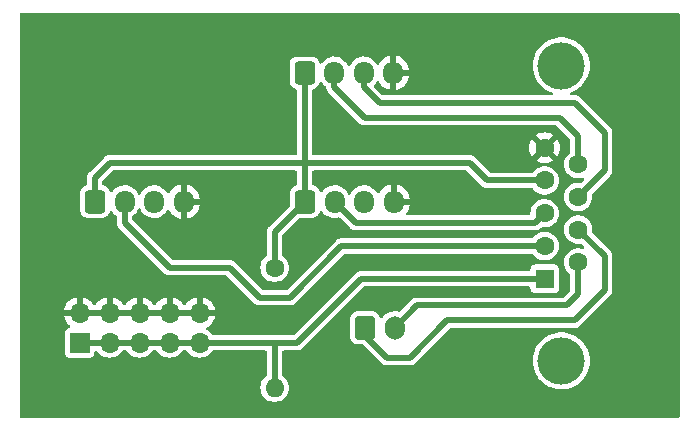
<source format=gbl>
G04 #@! TF.GenerationSoftware,KiCad,Pcbnew,7.0.1*
G04 #@! TF.CreationDate,2023-03-23T13:10:05+01:00*
G04 #@! TF.ProjectId,BMS_Ctrl_DE-9_Adaptor,424d535f-4374-4726-9c5f-44452d395f41,rev?*
G04 #@! TF.SameCoordinates,Original*
G04 #@! TF.FileFunction,Copper,L2,Bot*
G04 #@! TF.FilePolarity,Positive*
%FSLAX46Y46*%
G04 Gerber Fmt 4.6, Leading zero omitted, Abs format (unit mm)*
G04 Created by KiCad (PCBNEW 7.0.1) date 2023-03-23 13:10:05*
%MOMM*%
%LPD*%
G01*
G04 APERTURE LIST*
G04 Aperture macros list*
%AMRoundRect*
0 Rectangle with rounded corners*
0 $1 Rounding radius*
0 $2 $3 $4 $5 $6 $7 $8 $9 X,Y pos of 4 corners*
0 Add a 4 corners polygon primitive as box body*
4,1,4,$2,$3,$4,$5,$6,$7,$8,$9,$2,$3,0*
0 Add four circle primitives for the rounded corners*
1,1,$1+$1,$2,$3*
1,1,$1+$1,$4,$5*
1,1,$1+$1,$6,$7*
1,1,$1+$1,$8,$9*
0 Add four rect primitives between the rounded corners*
20,1,$1+$1,$2,$3,$4,$5,0*
20,1,$1+$1,$4,$5,$6,$7,0*
20,1,$1+$1,$6,$7,$8,$9,0*
20,1,$1+$1,$8,$9,$2,$3,0*%
G04 Aperture macros list end*
G04 #@! TA.AperFunction,ComponentPad*
%ADD10C,4.000000*%
G04 #@! TD*
G04 #@! TA.AperFunction,ComponentPad*
%ADD11R,1.600000X1.600000*%
G04 #@! TD*
G04 #@! TA.AperFunction,ComponentPad*
%ADD12C,1.600000*%
G04 #@! TD*
G04 #@! TA.AperFunction,ComponentPad*
%ADD13RoundRect,0.250000X-0.600000X-0.725000X0.600000X-0.725000X0.600000X0.725000X-0.600000X0.725000X0*%
G04 #@! TD*
G04 #@! TA.AperFunction,ComponentPad*
%ADD14O,1.700000X1.950000*%
G04 #@! TD*
G04 #@! TA.AperFunction,ComponentPad*
%ADD15O,1.600000X1.600000*%
G04 #@! TD*
G04 #@! TA.AperFunction,ComponentPad*
%ADD16R,1.700000X1.700000*%
G04 #@! TD*
G04 #@! TA.AperFunction,ComponentPad*
%ADD17O,1.700000X1.700000*%
G04 #@! TD*
G04 #@! TA.AperFunction,ComponentPad*
%ADD18RoundRect,0.250000X-0.600000X-0.750000X0.600000X-0.750000X0.600000X0.750000X-0.600000X0.750000X0*%
G04 #@! TD*
G04 #@! TA.AperFunction,ComponentPad*
%ADD19O,1.700000X2.000000*%
G04 #@! TD*
G04 #@! TA.AperFunction,Conductor*
%ADD20C,0.500000*%
G04 #@! TD*
G04 APERTURE END LIST*
D10*
X156360000Y-98050000D03*
X156360000Y-73050000D03*
D11*
X154940000Y-91090000D03*
D12*
X154940000Y-88320000D03*
X154940000Y-85550000D03*
X154940000Y-82780000D03*
X154940000Y-80010000D03*
X157780000Y-89705000D03*
X157780000Y-86935000D03*
X157780000Y-84165000D03*
X157780000Y-81395000D03*
D13*
X134660000Y-84565000D03*
D14*
X137160000Y-84565000D03*
X139660000Y-84565000D03*
X142160000Y-84565000D03*
D13*
X116880000Y-84565000D03*
D14*
X119380000Y-84565000D03*
X121880000Y-84565000D03*
X124380000Y-84565000D03*
D13*
X134620000Y-73660000D03*
D14*
X137120000Y-73660000D03*
X139620000Y-73660000D03*
X142120000Y-73660000D03*
D12*
X132080000Y-90170000D03*
D15*
X132080000Y-100330000D03*
D16*
X115570000Y-96520000D03*
D17*
X115570000Y-93980000D03*
X118110000Y-96520000D03*
X118110000Y-93980000D03*
X120650000Y-96520000D03*
X120650000Y-93980000D03*
X123190000Y-96520000D03*
X123190000Y-93980000D03*
X125730000Y-96520000D03*
X125730000Y-93980000D03*
D18*
X139740000Y-95250000D03*
D19*
X142240000Y-95250000D03*
D20*
X132080000Y-87145000D02*
X132080000Y-90170000D01*
X134620000Y-73660000D02*
X134620000Y-84525000D01*
X154940000Y-82780000D02*
X150090000Y-82780000D01*
X134660000Y-84565000D02*
X132080000Y-87145000D01*
X148590000Y-81280000D02*
X118110000Y-81280000D01*
X134620000Y-84525000D02*
X134660000Y-84565000D01*
X116840000Y-84525000D02*
X116880000Y-84565000D01*
X116840000Y-82550000D02*
X116840000Y-84525000D01*
X118110000Y-81280000D02*
X116840000Y-82550000D01*
X150090000Y-82780000D02*
X148590000Y-81280000D01*
X137120000Y-74890000D02*
X137120000Y-73660000D01*
X157780000Y-79040000D02*
X156210000Y-77470000D01*
X139700000Y-77470000D02*
X137120000Y-74890000D01*
X156210000Y-77470000D02*
X139700000Y-77470000D01*
X157780000Y-81395000D02*
X157780000Y-79040000D01*
X160020000Y-78740000D02*
X157480000Y-76200000D01*
X160020000Y-81925000D02*
X160020000Y-78740000D01*
X157780000Y-84165000D02*
X160020000Y-81925000D01*
X157480000Y-76200000D02*
X140970000Y-76200000D01*
X140970000Y-76200000D02*
X139620000Y-74850000D01*
X139620000Y-74850000D02*
X139620000Y-73660000D01*
X154940000Y-85550000D02*
X154130000Y-86360000D01*
X138955000Y-86360000D02*
X137160000Y-84565000D01*
X154130000Y-86360000D02*
X138955000Y-86360000D01*
X123190000Y-90170000D02*
X119380000Y-86360000D01*
X130810000Y-92710000D02*
X128270000Y-90170000D01*
X154940000Y-88320000D02*
X137740000Y-88320000D01*
X119380000Y-86360000D02*
X119380000Y-84565000D01*
X137740000Y-88320000D02*
X133350000Y-92710000D01*
X133350000Y-92710000D02*
X130810000Y-92710000D01*
X128270000Y-90170000D02*
X123190000Y-90170000D01*
X141605000Y-97790000D02*
X139740000Y-95925000D01*
X157780000Y-86935000D02*
X160020000Y-89175000D01*
X139740000Y-95925000D02*
X139740000Y-95250000D01*
X157480000Y-94615000D02*
X146685000Y-94615000D01*
X160020000Y-89175000D02*
X160020000Y-92075000D01*
X160020000Y-92075000D02*
X157480000Y-94615000D01*
X143510000Y-97790000D02*
X141605000Y-97790000D01*
X146685000Y-94615000D02*
X143510000Y-97790000D01*
X157780000Y-89705000D02*
X157780000Y-92410000D01*
X157780000Y-92410000D02*
X156845000Y-93345000D01*
X156845000Y-93345000D02*
X144145000Y-93345000D01*
X144145000Y-93345000D02*
X142240000Y-95250000D01*
X133985000Y-96520000D02*
X132080000Y-96520000D01*
X139415000Y-91090000D02*
X133985000Y-96520000D01*
X125730000Y-96520000D02*
X132080000Y-96520000D01*
X132080000Y-96520000D02*
X132080000Y-100330000D01*
X118110000Y-96520000D02*
X120650000Y-96520000D01*
X115570000Y-96520000D02*
X118110000Y-96520000D01*
X123190000Y-96520000D02*
X125730000Y-96520000D01*
X154940000Y-91090000D02*
X139415000Y-91090000D01*
X120650000Y-96520000D02*
X123190000Y-96520000D01*
G04 #@! TA.AperFunction,Conductor*
G36*
X166307500Y-68597113D02*
G01*
X166352887Y-68642500D01*
X166369500Y-68704500D01*
X166369500Y-102745500D01*
X166352887Y-102807500D01*
X166307500Y-102852887D01*
X166245500Y-102869500D01*
X110614500Y-102869500D01*
X110552500Y-102852887D01*
X110507113Y-102807500D01*
X110490500Y-102745500D01*
X110490500Y-94230000D01*
X114239364Y-94230000D01*
X114296569Y-94443492D01*
X114396399Y-94657576D01*
X114531893Y-94851081D01*
X114698922Y-95018110D01*
X114738384Y-95045742D01*
X114776948Y-95089485D01*
X114791253Y-95146018D01*
X114778135Y-95202839D01*
X114740495Y-95247379D01*
X114686657Y-95269789D01*
X114594697Y-95284353D01*
X114481657Y-95341949D01*
X114391950Y-95431656D01*
X114334353Y-95544697D01*
X114319500Y-95638478D01*
X114319500Y-97401514D01*
X114319501Y-97401518D01*
X114334354Y-97495304D01*
X114334354Y-97495305D01*
X114334355Y-97495306D01*
X114391949Y-97608342D01*
X114481656Y-97698049D01*
X114481658Y-97698050D01*
X114594696Y-97755646D01*
X114688481Y-97770500D01*
X116451518Y-97770499D01*
X116545304Y-97755646D01*
X116658342Y-97698050D01*
X116748050Y-97608342D01*
X116805646Y-97495304D01*
X116820500Y-97401519D01*
X116820500Y-97294500D01*
X116837113Y-97232500D01*
X116882500Y-97187113D01*
X116944500Y-97170500D01*
X116974355Y-97170500D01*
X117031612Y-97184511D01*
X117075928Y-97223374D01*
X117148402Y-97326877D01*
X117303123Y-97481598D01*
X117482361Y-97607102D01*
X117680670Y-97699575D01*
X117892023Y-97756207D01*
X118110000Y-97775277D01*
X118327977Y-97756207D01*
X118539330Y-97699575D01*
X118737639Y-97607102D01*
X118916877Y-97481598D01*
X119071598Y-97326877D01*
X119144071Y-97223374D01*
X119188388Y-97184511D01*
X119245645Y-97170500D01*
X119514355Y-97170500D01*
X119571612Y-97184511D01*
X119615928Y-97223374D01*
X119688402Y-97326877D01*
X119843123Y-97481598D01*
X120022361Y-97607102D01*
X120220670Y-97699575D01*
X120432023Y-97756207D01*
X120650000Y-97775277D01*
X120867977Y-97756207D01*
X121079330Y-97699575D01*
X121277639Y-97607102D01*
X121456877Y-97481598D01*
X121611598Y-97326877D01*
X121684071Y-97223374D01*
X121728388Y-97184511D01*
X121785645Y-97170500D01*
X122054355Y-97170500D01*
X122111612Y-97184511D01*
X122155928Y-97223374D01*
X122228402Y-97326877D01*
X122383123Y-97481598D01*
X122562361Y-97607102D01*
X122760670Y-97699575D01*
X122972023Y-97756207D01*
X123190000Y-97775277D01*
X123407977Y-97756207D01*
X123619330Y-97699575D01*
X123817639Y-97607102D01*
X123996877Y-97481598D01*
X124151598Y-97326877D01*
X124224071Y-97223374D01*
X124268388Y-97184511D01*
X124325645Y-97170500D01*
X124594355Y-97170500D01*
X124651612Y-97184511D01*
X124695928Y-97223374D01*
X124768402Y-97326877D01*
X124923123Y-97481598D01*
X125102361Y-97607102D01*
X125300670Y-97699575D01*
X125512023Y-97756207D01*
X125730000Y-97775277D01*
X125947977Y-97756207D01*
X126159330Y-97699575D01*
X126357639Y-97607102D01*
X126536877Y-97481598D01*
X126691598Y-97326877D01*
X126764071Y-97223374D01*
X126808388Y-97184511D01*
X126865645Y-97170500D01*
X131305500Y-97170500D01*
X131367500Y-97187113D01*
X131412887Y-97232500D01*
X131429500Y-97294500D01*
X131429500Y-99251713D01*
X131413829Y-99312052D01*
X131370777Y-99357140D01*
X131353437Y-99367876D01*
X131189019Y-99517762D01*
X131054941Y-99695311D01*
X130955769Y-99894473D01*
X130894885Y-100108462D01*
X130874357Y-100330000D01*
X130894885Y-100551537D01*
X130955769Y-100765526D01*
X131054941Y-100964688D01*
X131189019Y-101142237D01*
X131353437Y-101292124D01*
X131542595Y-101409245D01*
X131542597Y-101409245D01*
X131542599Y-101409247D01*
X131750060Y-101489618D01*
X131968757Y-101530500D01*
X132191241Y-101530500D01*
X132191243Y-101530500D01*
X132409940Y-101489618D01*
X132617401Y-101409247D01*
X132806562Y-101292124D01*
X132970981Y-101142236D01*
X133105058Y-100964689D01*
X133204229Y-100765528D01*
X133265115Y-100551536D01*
X133285643Y-100330000D01*
X133265115Y-100108464D01*
X133242227Y-100028021D01*
X133204230Y-99894473D01*
X133105058Y-99695311D01*
X132970980Y-99517762D01*
X132806562Y-99367876D01*
X132789223Y-99357140D01*
X132746171Y-99312052D01*
X132730500Y-99251713D01*
X132730500Y-97294500D01*
X132747113Y-97232500D01*
X132792500Y-97187113D01*
X132854500Y-97170500D01*
X133899495Y-97170500D01*
X133920704Y-97172841D01*
X133923294Y-97172759D01*
X133923296Y-97172760D01*
X133993262Y-97170560D01*
X133997157Y-97170500D01*
X134025920Y-97170500D01*
X134025925Y-97170500D01*
X134030302Y-97169946D01*
X134041941Y-97169030D01*
X134087569Y-97167597D01*
X134107949Y-97161675D01*
X134126989Y-97157732D01*
X134148058Y-97155071D01*
X134190520Y-97138258D01*
X134201557Y-97134480D01*
X134245398Y-97121744D01*
X134263670Y-97110936D01*
X134281136Y-97102380D01*
X134300871Y-97094568D01*
X134337816Y-97067725D01*
X134347548Y-97061332D01*
X134386865Y-97038081D01*
X134401874Y-97023071D01*
X134416663Y-97010439D01*
X134433837Y-96997963D01*
X134462946Y-96962774D01*
X134470790Y-96954154D01*
X135359252Y-96065692D01*
X138489500Y-96065692D01*
X138492402Y-96102572D01*
X138538255Y-96260397D01*
X138566117Y-96307509D01*
X138621919Y-96401865D01*
X138738135Y-96518081D01*
X138852211Y-96585545D01*
X138879602Y-96601744D01*
X139037427Y-96647597D01*
X139037431Y-96647598D01*
X139074306Y-96650500D01*
X139494192Y-96650500D01*
X139541645Y-96659939D01*
X139581873Y-96686819D01*
X141084564Y-98189510D01*
X141097912Y-98206169D01*
X141150831Y-98255864D01*
X141153628Y-98258575D01*
X141173961Y-98278908D01*
X141177442Y-98281608D01*
X141186325Y-98289194D01*
X141219607Y-98320448D01*
X141230251Y-98326299D01*
X141238204Y-98330672D01*
X141254464Y-98341352D01*
X141271236Y-98354362D01*
X141313140Y-98372495D01*
X141323620Y-98377629D01*
X141363632Y-98399627D01*
X141384195Y-98404906D01*
X141402598Y-98411207D01*
X141422073Y-98419635D01*
X141467175Y-98426778D01*
X141478570Y-98429137D01*
X141522823Y-98440500D01*
X141544051Y-98440500D01*
X141563449Y-98442026D01*
X141584405Y-98445346D01*
X141629851Y-98441050D01*
X141641521Y-98440500D01*
X143424495Y-98440500D01*
X143445704Y-98442841D01*
X143448294Y-98442759D01*
X143448296Y-98442760D01*
X143518262Y-98440560D01*
X143522157Y-98440500D01*
X143550920Y-98440500D01*
X143550925Y-98440500D01*
X143555302Y-98439946D01*
X143566941Y-98439030D01*
X143612569Y-98437597D01*
X143632949Y-98431675D01*
X143651989Y-98427732D01*
X143673058Y-98425071D01*
X143715520Y-98408258D01*
X143726557Y-98404480D01*
X143770398Y-98391744D01*
X143788670Y-98380936D01*
X143806136Y-98372380D01*
X143825871Y-98364568D01*
X143862816Y-98337725D01*
X143872548Y-98331332D01*
X143911865Y-98308081D01*
X143926874Y-98293071D01*
X143941663Y-98280439D01*
X143958837Y-98267963D01*
X143987946Y-98232774D01*
X143995790Y-98224154D01*
X144169944Y-98050000D01*
X153954753Y-98050000D01*
X153973719Y-98351452D01*
X154030319Y-98648163D01*
X154123658Y-98935428D01*
X154252268Y-99208739D01*
X154346447Y-99357140D01*
X154414115Y-99463768D01*
X154566449Y-99647909D01*
X154606650Y-99696503D01*
X154826839Y-99903276D01*
X155071204Y-100080816D01*
X155121496Y-100108464D01*
X155335896Y-100226332D01*
X155476316Y-100281928D01*
X155616737Y-100337525D01*
X155771141Y-100377168D01*
X155909302Y-100412642D01*
X156158314Y-100444100D01*
X156208972Y-100450500D01*
X156208973Y-100450500D01*
X156511027Y-100450500D01*
X156511028Y-100450500D01*
X156554360Y-100445025D01*
X156810698Y-100412642D01*
X157103262Y-100337525D01*
X157384104Y-100226332D01*
X157648795Y-100080816D01*
X157648794Y-100080816D01*
X157893160Y-99903276D01*
X157917079Y-99880814D01*
X158113349Y-99696504D01*
X158305885Y-99463768D01*
X158467733Y-99208736D01*
X158596341Y-98935430D01*
X158689681Y-98648160D01*
X158746280Y-98351457D01*
X158765246Y-98050000D01*
X158746280Y-97748543D01*
X158689681Y-97451840D01*
X158673331Y-97401521D01*
X158615448Y-97223376D01*
X158596341Y-97164570D01*
X158467733Y-96891264D01*
X158467732Y-96891263D01*
X158467731Y-96891260D01*
X158337988Y-96686819D01*
X158305885Y-96636232D01*
X158113349Y-96403496D01*
X158090066Y-96381632D01*
X157893160Y-96196723D01*
X157648795Y-96019183D01*
X157384102Y-95873667D01*
X157103262Y-95762474D01*
X156810700Y-95687358D01*
X156511028Y-95649500D01*
X156511027Y-95649500D01*
X156208973Y-95649500D01*
X156208972Y-95649500D01*
X155909299Y-95687358D01*
X155616737Y-95762474D01*
X155335897Y-95873667D01*
X155071204Y-96019183D01*
X154826839Y-96196723D01*
X154606650Y-96403496D01*
X154414114Y-96636233D01*
X154252268Y-96891260D01*
X154123658Y-97164571D01*
X154030319Y-97451836D01*
X153973719Y-97748547D01*
X153954753Y-98050000D01*
X144169944Y-98050000D01*
X146918126Y-95301819D01*
X146958355Y-95274939D01*
X147005808Y-95265500D01*
X157394495Y-95265500D01*
X157415704Y-95267841D01*
X157418294Y-95267759D01*
X157418296Y-95267760D01*
X157488262Y-95265560D01*
X157492157Y-95265500D01*
X157520920Y-95265500D01*
X157520925Y-95265500D01*
X157525302Y-95264946D01*
X157536941Y-95264030D01*
X157582569Y-95262597D01*
X157602949Y-95256675D01*
X157621989Y-95252732D01*
X157643058Y-95250071D01*
X157685520Y-95233258D01*
X157696557Y-95229480D01*
X157740398Y-95216744D01*
X157758670Y-95205936D01*
X157776136Y-95197380D01*
X157795871Y-95189568D01*
X157832816Y-95162725D01*
X157842548Y-95156332D01*
X157881865Y-95133081D01*
X157896874Y-95118071D01*
X157911663Y-95105439D01*
X157928837Y-95092963D01*
X157957946Y-95057774D01*
X157965790Y-95049154D01*
X160419513Y-92595431D01*
X160436162Y-92582094D01*
X160437936Y-92580204D01*
X160437940Y-92580202D01*
X160485898Y-92529130D01*
X160488546Y-92526398D01*
X160508911Y-92506035D01*
X160511611Y-92502552D01*
X160519187Y-92493681D01*
X160550448Y-92460393D01*
X160560675Y-92441787D01*
X160571348Y-92425539D01*
X160584362Y-92408764D01*
X160602495Y-92366857D01*
X160607625Y-92356387D01*
X160629627Y-92316368D01*
X160634903Y-92295813D01*
X160641206Y-92277402D01*
X160649635Y-92257927D01*
X160656777Y-92212828D01*
X160659141Y-92201413D01*
X160670500Y-92157177D01*
X160670500Y-92135950D01*
X160672027Y-92116551D01*
X160675346Y-92095596D01*
X160671049Y-92050147D01*
X160670500Y-92038480D01*
X160670500Y-89260504D01*
X160672841Y-89239294D01*
X160671648Y-89201339D01*
X160670560Y-89166736D01*
X160670500Y-89162842D01*
X160670500Y-89134081D01*
X160670500Y-89134075D01*
X160669946Y-89129695D01*
X160669030Y-89118054D01*
X160667597Y-89072430D01*
X160661675Y-89052047D01*
X160657732Y-89033010D01*
X160655071Y-89011942D01*
X160638266Y-88969498D01*
X160634481Y-88958444D01*
X160621744Y-88914602D01*
X160621744Y-88914601D01*
X160610934Y-88896322D01*
X160602380Y-88878862D01*
X160594568Y-88859129D01*
X160567723Y-88822180D01*
X160561332Y-88812451D01*
X160538081Y-88773135D01*
X160523068Y-88758122D01*
X160510435Y-88743330D01*
X160510104Y-88742875D01*
X160497963Y-88726163D01*
X160462779Y-88697056D01*
X160454140Y-88689194D01*
X159002575Y-87237629D01*
X158973626Y-87192059D01*
X158966785Y-87138509D01*
X158985643Y-86935000D01*
X158965115Y-86713464D01*
X158938635Y-86620398D01*
X158904230Y-86499473D01*
X158805058Y-86300311D01*
X158670980Y-86122762D01*
X158506562Y-85972875D01*
X158317404Y-85855754D01*
X158239841Y-85825706D01*
X158109940Y-85775382D01*
X157891243Y-85734500D01*
X157668757Y-85734500D01*
X157470634Y-85771536D01*
X157450060Y-85775382D01*
X157242595Y-85855754D01*
X157053437Y-85972875D01*
X156889019Y-86122762D01*
X156754941Y-86300311D01*
X156655769Y-86499473D01*
X156594885Y-86713462D01*
X156574357Y-86935000D01*
X156594885Y-87156537D01*
X156655769Y-87370526D01*
X156754941Y-87569688D01*
X156889019Y-87747237D01*
X157053437Y-87897124D01*
X157242595Y-88014245D01*
X157242597Y-88014245D01*
X157242599Y-88014247D01*
X157450060Y-88094618D01*
X157668757Y-88135500D01*
X157891243Y-88135500D01*
X157891246Y-88135500D01*
X157969639Y-88120845D01*
X158029104Y-88124282D01*
X158080106Y-88155052D01*
X158282757Y-88357703D01*
X158315515Y-88415880D01*
X158313356Y-88482611D01*
X158276907Y-88538549D01*
X158216734Y-88567478D01*
X158150283Y-88561011D01*
X158109940Y-88545382D01*
X157891243Y-88504500D01*
X157668757Y-88504500D01*
X157486613Y-88538549D01*
X157450060Y-88545382D01*
X157242595Y-88625754D01*
X157053437Y-88742875D01*
X156889019Y-88892762D01*
X156754941Y-89070311D01*
X156655769Y-89269473D01*
X156594885Y-89483462D01*
X156574357Y-89704999D01*
X156594885Y-89926537D01*
X156655769Y-90140526D01*
X156754941Y-90339688D01*
X156889019Y-90517237D01*
X157019147Y-90635864D01*
X157053438Y-90667124D01*
X157056788Y-90669198D01*
X157070777Y-90677860D01*
X157113829Y-90722948D01*
X157129500Y-90783287D01*
X157129500Y-92089192D01*
X157120061Y-92136645D01*
X157093181Y-92176873D01*
X156611873Y-92658181D01*
X156571645Y-92685061D01*
X156524192Y-92694500D01*
X144230505Y-92694500D01*
X144209295Y-92692158D01*
X144136738Y-92694439D01*
X144132843Y-92694500D01*
X144104071Y-92694500D01*
X144099690Y-92695053D01*
X144088059Y-92695968D01*
X144042428Y-92697402D01*
X144022052Y-92703322D01*
X144003006Y-92707267D01*
X143981939Y-92709928D01*
X143939487Y-92726736D01*
X143928439Y-92730519D01*
X143884600Y-92743256D01*
X143866330Y-92754061D01*
X143848862Y-92762618D01*
X143837463Y-92767132D01*
X143829126Y-92770433D01*
X143792191Y-92797266D01*
X143782435Y-92803675D01*
X143743135Y-92826918D01*
X143728125Y-92841928D01*
X143713336Y-92854558D01*
X143696164Y-92867034D01*
X143667057Y-92902218D01*
X143659196Y-92910856D01*
X142705894Y-93864158D01*
X142652541Y-93895631D01*
X142590621Y-93897368D01*
X142408537Y-93855809D01*
X142183671Y-93845709D01*
X141960611Y-93875925D01*
X141746537Y-93945482D01*
X141717494Y-93961111D01*
X141548319Y-94052148D01*
X141548317Y-94052149D01*
X141548318Y-94052149D01*
X141372335Y-94192490D01*
X141224233Y-94362006D01*
X141204162Y-94395599D01*
X141164438Y-94436516D01*
X141110602Y-94455327D01*
X141054040Y-94448052D01*
X141006716Y-94416230D01*
X140978639Y-94366593D01*
X140941744Y-94239602D01*
X140858080Y-94098134D01*
X140741865Y-93981919D01*
X140600397Y-93898255D01*
X140442572Y-93852402D01*
X140420444Y-93850660D01*
X140405694Y-93849500D01*
X139074306Y-93849500D01*
X139062014Y-93850467D01*
X139037427Y-93852402D01*
X138879602Y-93898255D01*
X138738134Y-93981919D01*
X138621919Y-94098134D01*
X138538255Y-94239602D01*
X138492402Y-94397427D01*
X138489500Y-94434308D01*
X138489500Y-96065692D01*
X135359252Y-96065692D01*
X139648126Y-91776819D01*
X139688355Y-91749939D01*
X139735808Y-91740500D01*
X153615501Y-91740500D01*
X153677501Y-91757113D01*
X153722888Y-91802500D01*
X153739501Y-91864500D01*
X153739501Y-91921518D01*
X153754354Y-92015304D01*
X153754354Y-92015305D01*
X153754355Y-92015306D01*
X153811949Y-92128342D01*
X153901656Y-92218049D01*
X153901658Y-92218050D01*
X154014696Y-92275646D01*
X154108481Y-92290500D01*
X155771518Y-92290499D01*
X155865304Y-92275646D01*
X155978342Y-92218050D01*
X156068050Y-92128342D01*
X156125646Y-92015304D01*
X156140500Y-91921519D01*
X156140499Y-90258482D01*
X156125646Y-90164696D01*
X156097965Y-90110370D01*
X156068050Y-90051657D01*
X155978343Y-89961950D01*
X155865302Y-89904353D01*
X155771521Y-89889500D01*
X154108485Y-89889500D01*
X154061589Y-89896927D01*
X154014696Y-89904354D01*
X154014694Y-89904354D01*
X154014693Y-89904355D01*
X153901657Y-89961949D01*
X153811950Y-90051656D01*
X153754353Y-90164697D01*
X153739500Y-90258479D01*
X153739500Y-90315500D01*
X153722887Y-90377500D01*
X153677500Y-90422887D01*
X153615500Y-90439500D01*
X139500505Y-90439500D01*
X139479294Y-90437158D01*
X139406724Y-90439439D01*
X139402829Y-90439500D01*
X139374074Y-90439500D01*
X139369701Y-90440052D01*
X139358069Y-90440967D01*
X139312428Y-90442401D01*
X139292041Y-90448324D01*
X139272998Y-90452268D01*
X139251942Y-90454928D01*
X139209496Y-90471733D01*
X139198450Y-90475514D01*
X139154602Y-90488254D01*
X139136324Y-90499063D01*
X139118861Y-90507618D01*
X139099130Y-90515431D01*
X139062187Y-90542270D01*
X139052428Y-90548680D01*
X139013135Y-90571918D01*
X138998125Y-90586928D01*
X138983336Y-90599558D01*
X138966164Y-90612034D01*
X138937057Y-90647218D01*
X138929196Y-90655856D01*
X133751873Y-95833181D01*
X133711645Y-95860061D01*
X133664192Y-95869500D01*
X132162177Y-95869500D01*
X132153212Y-95869500D01*
X132129978Y-95867304D01*
X132121169Y-95865623D01*
X132066230Y-95869080D01*
X132063456Y-95869255D01*
X132055671Y-95869500D01*
X126865644Y-95869500D01*
X126808387Y-95855489D01*
X126764069Y-95816623D01*
X126757681Y-95807500D01*
X126691598Y-95713123D01*
X126536877Y-95558402D01*
X126357639Y-95432898D01*
X126324132Y-95417273D01*
X126271958Y-95371516D01*
X126252539Y-95304891D01*
X126271959Y-95238266D01*
X126324135Y-95192509D01*
X126407579Y-95153598D01*
X126601081Y-95018106D01*
X126768106Y-94851081D01*
X126903600Y-94657576D01*
X127003430Y-94443492D01*
X127060636Y-94230000D01*
X114239364Y-94230000D01*
X110490500Y-94230000D01*
X110490500Y-93730000D01*
X114239364Y-93730000D01*
X115320000Y-93730000D01*
X115820000Y-93730000D01*
X117860000Y-93730000D01*
X118360000Y-93730000D01*
X120400000Y-93730000D01*
X120900000Y-93730000D01*
X122940000Y-93730000D01*
X123440000Y-93730000D01*
X125480000Y-93730000D01*
X125480000Y-92649364D01*
X125980000Y-92649364D01*
X125980000Y-93730000D01*
X127060636Y-93730000D01*
X127060635Y-93729999D01*
X127003430Y-93516507D01*
X126903599Y-93302421D01*
X126768109Y-93108921D01*
X126601081Y-92941893D01*
X126407576Y-92806399D01*
X126193492Y-92706569D01*
X125980000Y-92649364D01*
X125480000Y-92649364D01*
X125479999Y-92649364D01*
X125266507Y-92706569D01*
X125052421Y-92806400D01*
X124858921Y-92941890D01*
X124691893Y-93108918D01*
X124561575Y-93295032D01*
X124517257Y-93333897D01*
X124460000Y-93347908D01*
X124402743Y-93333897D01*
X124358425Y-93295032D01*
X124228106Y-93108918D01*
X124061081Y-92941893D01*
X123867576Y-92806399D01*
X123653492Y-92706569D01*
X123440000Y-92649364D01*
X123440000Y-93730000D01*
X122940000Y-93730000D01*
X122940000Y-92649364D01*
X122939999Y-92649364D01*
X122726507Y-92706569D01*
X122512421Y-92806400D01*
X122318921Y-92941890D01*
X122151893Y-93108918D01*
X122021575Y-93295032D01*
X121977257Y-93333897D01*
X121920000Y-93347908D01*
X121862743Y-93333897D01*
X121818425Y-93295032D01*
X121688106Y-93108918D01*
X121521081Y-92941893D01*
X121327576Y-92806399D01*
X121113492Y-92706569D01*
X120900000Y-92649364D01*
X120900000Y-93730000D01*
X120400000Y-93730000D01*
X120400000Y-92649364D01*
X120399999Y-92649364D01*
X120186507Y-92706569D01*
X119972421Y-92806400D01*
X119778921Y-92941890D01*
X119611893Y-93108918D01*
X119481575Y-93295032D01*
X119437257Y-93333897D01*
X119380000Y-93347908D01*
X119322743Y-93333897D01*
X119278425Y-93295032D01*
X119148106Y-93108918D01*
X118981081Y-92941893D01*
X118787576Y-92806399D01*
X118573492Y-92706569D01*
X118360000Y-92649364D01*
X118360000Y-93730000D01*
X117860000Y-93730000D01*
X117860000Y-92649364D01*
X117859999Y-92649364D01*
X117646507Y-92706569D01*
X117432421Y-92806400D01*
X117238921Y-92941890D01*
X117071893Y-93108918D01*
X116941575Y-93295032D01*
X116897257Y-93333897D01*
X116840000Y-93347908D01*
X116782743Y-93333897D01*
X116738425Y-93295032D01*
X116608106Y-93108918D01*
X116441081Y-92941893D01*
X116247576Y-92806399D01*
X116033492Y-92706569D01*
X115820000Y-92649364D01*
X115820000Y-93730000D01*
X115320000Y-93730000D01*
X115320000Y-92649364D01*
X115319999Y-92649364D01*
X115106507Y-92706569D01*
X114892421Y-92806400D01*
X114698921Y-92941890D01*
X114531890Y-93108921D01*
X114396400Y-93302421D01*
X114296569Y-93516507D01*
X114239364Y-93729999D01*
X114239364Y-93730000D01*
X110490500Y-93730000D01*
X110490500Y-85355692D01*
X115629500Y-85355692D01*
X115632402Y-85392572D01*
X115678255Y-85550397D01*
X115706117Y-85597509D01*
X115761919Y-85691865D01*
X115878135Y-85808081D01*
X115958746Y-85855754D01*
X116019602Y-85891744D01*
X116177427Y-85937597D01*
X116177431Y-85937598D01*
X116214306Y-85940500D01*
X117545692Y-85940500D01*
X117545694Y-85940500D01*
X117582569Y-85937598D01*
X117740398Y-85891744D01*
X117881865Y-85808081D01*
X117998081Y-85691865D01*
X118081744Y-85550398D01*
X118119009Y-85422131D01*
X118155354Y-85364360D01*
X118216766Y-85334573D01*
X118284637Y-85341797D01*
X118338402Y-85383841D01*
X118434478Y-85516078D01*
X118597175Y-85671632D01*
X118597177Y-85671633D01*
X118597178Y-85671634D01*
X118673811Y-85722219D01*
X118714694Y-85766946D01*
X118729500Y-85825706D01*
X118729500Y-86274495D01*
X118727158Y-86295704D01*
X118729439Y-86368262D01*
X118729500Y-86372157D01*
X118729500Y-86400926D01*
X118730053Y-86405307D01*
X118730968Y-86416940D01*
X118732402Y-86462569D01*
X118738323Y-86482950D01*
X118742267Y-86501995D01*
X118744928Y-86523059D01*
X118761737Y-86565515D01*
X118765520Y-86576563D01*
X118778256Y-86620400D01*
X118789061Y-86638670D01*
X118797621Y-86656143D01*
X118805431Y-86675869D01*
X118832267Y-86712808D01*
X118838673Y-86722560D01*
X118861919Y-86761865D01*
X118861921Y-86761867D01*
X118876925Y-86776871D01*
X118889562Y-86791667D01*
X118897640Y-86802785D01*
X118902037Y-86808837D01*
X118937212Y-86837936D01*
X118945854Y-86845800D01*
X122669564Y-90569510D01*
X122682912Y-90586169D01*
X122735831Y-90635864D01*
X122738628Y-90638575D01*
X122758962Y-90658909D01*
X122762443Y-90661609D01*
X122771326Y-90669195D01*
X122804607Y-90700448D01*
X122823198Y-90710668D01*
X122839462Y-90721351D01*
X122856235Y-90734362D01*
X122898138Y-90752495D01*
X122908626Y-90757633D01*
X122948632Y-90779627D01*
X122969197Y-90784906D01*
X122987593Y-90791205D01*
X123007074Y-90799636D01*
X123052178Y-90806779D01*
X123063597Y-90809144D01*
X123107823Y-90820500D01*
X123129045Y-90820500D01*
X123148443Y-90822026D01*
X123169405Y-90825347D01*
X123214863Y-90821049D01*
X123226531Y-90820500D01*
X127949192Y-90820500D01*
X127996645Y-90829939D01*
X128036873Y-90856819D01*
X130289564Y-93109510D01*
X130302912Y-93126169D01*
X130355831Y-93175864D01*
X130358628Y-93178575D01*
X130378961Y-93198908D01*
X130382442Y-93201608D01*
X130391325Y-93209194D01*
X130424607Y-93240448D01*
X130435251Y-93246299D01*
X130443204Y-93250672D01*
X130459464Y-93261352D01*
X130476236Y-93274362D01*
X130518140Y-93292495D01*
X130528620Y-93297629D01*
X130568632Y-93319627D01*
X130589195Y-93324906D01*
X130607598Y-93331207D01*
X130627073Y-93339635D01*
X130672170Y-93346777D01*
X130683589Y-93349142D01*
X130727823Y-93360500D01*
X130749050Y-93360500D01*
X130768448Y-93362026D01*
X130789404Y-93365346D01*
X130834852Y-93361049D01*
X130846520Y-93360500D01*
X133264495Y-93360500D01*
X133285704Y-93362841D01*
X133288294Y-93362759D01*
X133288296Y-93362760D01*
X133358262Y-93360560D01*
X133362157Y-93360500D01*
X133390920Y-93360500D01*
X133390925Y-93360500D01*
X133395302Y-93359946D01*
X133406941Y-93359030D01*
X133452569Y-93357597D01*
X133472949Y-93351675D01*
X133491989Y-93347732D01*
X133513058Y-93345071D01*
X133555520Y-93328258D01*
X133566557Y-93324480D01*
X133610398Y-93311744D01*
X133628670Y-93300936D01*
X133646136Y-93292380D01*
X133665871Y-93284568D01*
X133702816Y-93257725D01*
X133712548Y-93251332D01*
X133751865Y-93228081D01*
X133766874Y-93213071D01*
X133781663Y-93200439D01*
X133798837Y-93187963D01*
X133827946Y-93152774D01*
X133835790Y-93144154D01*
X137973126Y-89006819D01*
X138013355Y-88979939D01*
X138060808Y-88970500D01*
X153865137Y-88970500D01*
X153920409Y-88983500D01*
X153964091Y-89019773D01*
X154049019Y-89132237D01*
X154213437Y-89282124D01*
X154402595Y-89399245D01*
X154402597Y-89399245D01*
X154402599Y-89399247D01*
X154610060Y-89479618D01*
X154828757Y-89520500D01*
X155051241Y-89520500D01*
X155051243Y-89520500D01*
X155269940Y-89479618D01*
X155477401Y-89399247D01*
X155666562Y-89282124D01*
X155793135Y-89166737D01*
X155830980Y-89132237D01*
X155837276Y-89123900D01*
X155965058Y-88954689D01*
X156064229Y-88755528D01*
X156125115Y-88541536D01*
X156145643Y-88320000D01*
X156125115Y-88098464D01*
X156064623Y-87885856D01*
X156064230Y-87884473D01*
X155965058Y-87685311D01*
X155830980Y-87507762D01*
X155666562Y-87357875D01*
X155477404Y-87240754D01*
X155416174Y-87217033D01*
X155269940Y-87160382D01*
X155051243Y-87119500D01*
X154828757Y-87119500D01*
X154630634Y-87156536D01*
X154610060Y-87160382D01*
X154402595Y-87240754D01*
X154213437Y-87357875D01*
X154049019Y-87507762D01*
X153964091Y-87620227D01*
X153920409Y-87656500D01*
X153865137Y-87669500D01*
X137825505Y-87669500D01*
X137804294Y-87667158D01*
X137731724Y-87669439D01*
X137727829Y-87669500D01*
X137699074Y-87669500D01*
X137694701Y-87670052D01*
X137683069Y-87670967D01*
X137637428Y-87672401D01*
X137617041Y-87678324D01*
X137597998Y-87682268D01*
X137576942Y-87684928D01*
X137534496Y-87701733D01*
X137523450Y-87705514D01*
X137479602Y-87718254D01*
X137461324Y-87729063D01*
X137443861Y-87737618D01*
X137424130Y-87745431D01*
X137387187Y-87772270D01*
X137377428Y-87778680D01*
X137338135Y-87801918D01*
X137323125Y-87816928D01*
X137308336Y-87829558D01*
X137291164Y-87842034D01*
X137262057Y-87877218D01*
X137254196Y-87885856D01*
X133116873Y-92023181D01*
X133076645Y-92050061D01*
X133029192Y-92059500D01*
X131130808Y-92059500D01*
X131083355Y-92050061D01*
X131043127Y-92023181D01*
X128790434Y-89770488D01*
X128777091Y-89753833D01*
X128724166Y-89704134D01*
X128721369Y-89701423D01*
X128701034Y-89681088D01*
X128697547Y-89678383D01*
X128688671Y-89670801D01*
X128655394Y-89639552D01*
X128636793Y-89629326D01*
X128620532Y-89618645D01*
X128603764Y-89605638D01*
X128561870Y-89587508D01*
X128551379Y-89582369D01*
X128511367Y-89560372D01*
X128490800Y-89555091D01*
X128472398Y-89548791D01*
X128452924Y-89540364D01*
X128407837Y-89533223D01*
X128396398Y-89530854D01*
X128352178Y-89519500D01*
X128352177Y-89519500D01*
X128330955Y-89519500D01*
X128311556Y-89517973D01*
X128290596Y-89514653D01*
X128290595Y-89514653D01*
X128268558Y-89516736D01*
X128245139Y-89518950D01*
X128233470Y-89519500D01*
X123510808Y-89519500D01*
X123463355Y-89510061D01*
X123423127Y-89483181D01*
X120066819Y-86126873D01*
X120039939Y-86086645D01*
X120030500Y-86039192D01*
X120030500Y-85830408D01*
X120042780Y-85776607D01*
X120077187Y-85733461D01*
X120123242Y-85696733D01*
X120247666Y-85597508D01*
X120395765Y-85427996D01*
X120511215Y-85234764D01*
X120515786Y-85222582D01*
X120547808Y-85175003D01*
X120597817Y-85146921D01*
X120655113Y-85144347D01*
X120707439Y-85167831D01*
X120743600Y-85212349D01*
X120802171Y-85333974D01*
X120925641Y-85503915D01*
X120934478Y-85516078D01*
X121097175Y-85671632D01*
X121285032Y-85795635D01*
X121492012Y-85884103D01*
X121711463Y-85934191D01*
X121916998Y-85943421D01*
X121936328Y-85944290D01*
X121936328Y-85944289D01*
X121936330Y-85944290D01*
X122159387Y-85914075D01*
X122373464Y-85844517D01*
X122571681Y-85737852D01*
X122747666Y-85597508D01*
X122895765Y-85427996D01*
X122966082Y-85310303D01*
X123014110Y-85264526D01*
X123078864Y-85250064D01*
X123141805Y-85271058D01*
X123184912Y-85321497D01*
X123206400Y-85367578D01*
X123341890Y-85561078D01*
X123508918Y-85728106D01*
X123702423Y-85863600D01*
X123916507Y-85963430D01*
X124129999Y-86020635D01*
X124130000Y-86020636D01*
X124130000Y-84815000D01*
X124630000Y-84815000D01*
X124630000Y-86020635D01*
X124843492Y-85963430D01*
X125057578Y-85863599D01*
X125251078Y-85728109D01*
X125418109Y-85561078D01*
X125553599Y-85367578D01*
X125653430Y-85153492D01*
X125714569Y-84925318D01*
X125724221Y-84815000D01*
X124630000Y-84815000D01*
X124130000Y-84815000D01*
X124130000Y-83109364D01*
X124630000Y-83109364D01*
X124630000Y-84315000D01*
X125724222Y-84315000D01*
X125724221Y-84314999D01*
X125714569Y-84204681D01*
X125653430Y-83976507D01*
X125553599Y-83762421D01*
X125418109Y-83568921D01*
X125251081Y-83401893D01*
X125057576Y-83266399D01*
X124843492Y-83166569D01*
X124630000Y-83109364D01*
X124130000Y-83109364D01*
X124129999Y-83109364D01*
X123916507Y-83166569D01*
X123702421Y-83266400D01*
X123508921Y-83401890D01*
X123341890Y-83568921D01*
X123206400Y-83762421D01*
X123186732Y-83804600D01*
X123141300Y-83856568D01*
X123075122Y-83876193D01*
X123008705Y-83857394D01*
X122962630Y-83805996D01*
X122957829Y-83796027D01*
X122918666Y-83742124D01*
X122825522Y-83613922D01*
X122662825Y-83458368D01*
X122662822Y-83458366D01*
X122662821Y-83458365D01*
X122474968Y-83334365D01*
X122267987Y-83245896D01*
X122048537Y-83195809D01*
X121823671Y-83185709D01*
X121600611Y-83215925D01*
X121386537Y-83285482D01*
X121295698Y-83334365D01*
X121188319Y-83392148D01*
X121176958Y-83401208D01*
X121012335Y-83532490D01*
X120864233Y-83702006D01*
X120748782Y-83895239D01*
X120744211Y-83907420D01*
X120712187Y-83955000D01*
X120662178Y-83983079D01*
X120604883Y-83985651D01*
X120552559Y-83962167D01*
X120516399Y-83917649D01*
X120457829Y-83796027D01*
X120418666Y-83742124D01*
X120325522Y-83613922D01*
X120162825Y-83458368D01*
X120162822Y-83458366D01*
X120162821Y-83458365D01*
X119974968Y-83334365D01*
X119767987Y-83245896D01*
X119548537Y-83195809D01*
X119323671Y-83185709D01*
X119100611Y-83215925D01*
X118886537Y-83285482D01*
X118795698Y-83334365D01*
X118688319Y-83392148D01*
X118676958Y-83401208D01*
X118512335Y-83532490D01*
X118364233Y-83702006D01*
X118344162Y-83735599D01*
X118304438Y-83776516D01*
X118250602Y-83795327D01*
X118194040Y-83788052D01*
X118146716Y-83756230D01*
X118118639Y-83706593D01*
X118081744Y-83579602D01*
X118053882Y-83532490D01*
X117998081Y-83438135D01*
X117881865Y-83321919D01*
X117802859Y-83275195D01*
X117740397Y-83238255D01*
X117579904Y-83191627D01*
X117533475Y-83166418D01*
X117501755Y-83124170D01*
X117490500Y-83072551D01*
X117490500Y-82870808D01*
X117499939Y-82823355D01*
X117526819Y-82783127D01*
X118343127Y-81966819D01*
X118383355Y-81939939D01*
X118430808Y-81930500D01*
X133845500Y-81930500D01*
X133907500Y-81947113D01*
X133952887Y-81992500D01*
X133969500Y-82054500D01*
X133969500Y-83095794D01*
X133958245Y-83147413D01*
X133926524Y-83189661D01*
X133880095Y-83214870D01*
X133799602Y-83238255D01*
X133658134Y-83321919D01*
X133541919Y-83438134D01*
X133458255Y-83579602D01*
X133412402Y-83737427D01*
X133409500Y-83774308D01*
X133409500Y-84844192D01*
X133400061Y-84891645D01*
X133373181Y-84931873D01*
X131680484Y-86624568D01*
X131663831Y-86637910D01*
X131614133Y-86690833D01*
X131611427Y-86693626D01*
X131591083Y-86713971D01*
X131588376Y-86717460D01*
X131580807Y-86726321D01*
X131549551Y-86759607D01*
X131539322Y-86778212D01*
X131528645Y-86794467D01*
X131515636Y-86811238D01*
X131497506Y-86853132D01*
X131492370Y-86863616D01*
X131470372Y-86903632D01*
X131465091Y-86924199D01*
X131458791Y-86942600D01*
X131450364Y-86962074D01*
X131443223Y-87007161D01*
X131440855Y-87018598D01*
X131429500Y-87062824D01*
X131429500Y-87084045D01*
X131427973Y-87103444D01*
X131424653Y-87124403D01*
X131428950Y-87169861D01*
X131429500Y-87181530D01*
X131429500Y-89091713D01*
X131413829Y-89152052D01*
X131370777Y-89197140D01*
X131353437Y-89207876D01*
X131189019Y-89357762D01*
X131054941Y-89535311D01*
X130955769Y-89734473D01*
X130894885Y-89948462D01*
X130874357Y-90169999D01*
X130894885Y-90391537D01*
X130955769Y-90605526D01*
X131054941Y-90804688D01*
X131189019Y-90982237D01*
X131353437Y-91132124D01*
X131542595Y-91249245D01*
X131542597Y-91249245D01*
X131542599Y-91249247D01*
X131750060Y-91329618D01*
X131968757Y-91370500D01*
X132191241Y-91370500D01*
X132191243Y-91370500D01*
X132409940Y-91329618D01*
X132617401Y-91249247D01*
X132806562Y-91132124D01*
X132970981Y-90982236D01*
X133105058Y-90804689D01*
X133204229Y-90605528D01*
X133207559Y-90593827D01*
X133229350Y-90517236D01*
X133265115Y-90391536D01*
X133285643Y-90170000D01*
X133265115Y-89948464D01*
X133242227Y-89868021D01*
X133204230Y-89734473D01*
X133105058Y-89535311D01*
X132970980Y-89357762D01*
X132806562Y-89207876D01*
X132789223Y-89197140D01*
X132746171Y-89152052D01*
X132730500Y-89091713D01*
X132730500Y-87465808D01*
X132739939Y-87418355D01*
X132766819Y-87378127D01*
X134168127Y-85976819D01*
X134208355Y-85949939D01*
X134255808Y-85940500D01*
X135325692Y-85940500D01*
X135325694Y-85940500D01*
X135362569Y-85937598D01*
X135520398Y-85891744D01*
X135661865Y-85808081D01*
X135778081Y-85691865D01*
X135861744Y-85550398D01*
X135899009Y-85422131D01*
X135935354Y-85364360D01*
X135996766Y-85334573D01*
X136064637Y-85341797D01*
X136118402Y-85383841D01*
X136214478Y-85516078D01*
X136377175Y-85671632D01*
X136565032Y-85795635D01*
X136772012Y-85884103D01*
X136991463Y-85934191D01*
X137196998Y-85943421D01*
X137216328Y-85944290D01*
X137216328Y-85944289D01*
X137216330Y-85944290D01*
X137439387Y-85914075D01*
X137480138Y-85900833D01*
X137547401Y-85898190D01*
X137606137Y-85931083D01*
X138434564Y-86759510D01*
X138447912Y-86776169D01*
X138500831Y-86825864D01*
X138503628Y-86828575D01*
X138523961Y-86848908D01*
X138527442Y-86851608D01*
X138536325Y-86859194D01*
X138569607Y-86890448D01*
X138580251Y-86896299D01*
X138588204Y-86900672D01*
X138604464Y-86911352D01*
X138621236Y-86924362D01*
X138663140Y-86942495D01*
X138673620Y-86947629D01*
X138713632Y-86969627D01*
X138734195Y-86974906D01*
X138752598Y-86981207D01*
X138772073Y-86989635D01*
X138817175Y-86996778D01*
X138828570Y-86999137D01*
X138872823Y-87010500D01*
X138894051Y-87010500D01*
X138913449Y-87012026D01*
X138934405Y-87015346D01*
X138979851Y-87011050D01*
X138991521Y-87010500D01*
X154044495Y-87010500D01*
X154065704Y-87012841D01*
X154068294Y-87012759D01*
X154068296Y-87012760D01*
X154138262Y-87010560D01*
X154142157Y-87010500D01*
X154170920Y-87010500D01*
X154170925Y-87010500D01*
X154175302Y-87009946D01*
X154186941Y-87009030D01*
X154232569Y-87007597D01*
X154252949Y-87001675D01*
X154271989Y-86997732D01*
X154293058Y-86995071D01*
X154335520Y-86978258D01*
X154346557Y-86974480D01*
X154390398Y-86961744D01*
X154408670Y-86950936D01*
X154426136Y-86942380D01*
X154445871Y-86934568D01*
X154482816Y-86907725D01*
X154492548Y-86901332D01*
X154531865Y-86878081D01*
X154546874Y-86863071D01*
X154561663Y-86850439D01*
X154578837Y-86837963D01*
X154607946Y-86802774D01*
X154615790Y-86794154D01*
X154639894Y-86770050D01*
X154690893Y-86739282D01*
X154750357Y-86735844D01*
X154828757Y-86750500D01*
X155051241Y-86750500D01*
X155051243Y-86750500D01*
X155269940Y-86709618D01*
X155477401Y-86629247D01*
X155666562Y-86512124D01*
X155777381Y-86411099D01*
X155830980Y-86362237D01*
X155879266Y-86298296D01*
X155965058Y-86184689D01*
X156064229Y-85985528D01*
X156070517Y-85963430D01*
X156095008Y-85877352D01*
X156125115Y-85771536D01*
X156145643Y-85550000D01*
X156125115Y-85328464D01*
X156094990Y-85222585D01*
X156064230Y-85114473D01*
X155965058Y-84915311D01*
X155830980Y-84737762D01*
X155666562Y-84587875D01*
X155477404Y-84470754D01*
X155416174Y-84447033D01*
X155269940Y-84390382D01*
X155051243Y-84349500D01*
X154828757Y-84349500D01*
X154630634Y-84386536D01*
X154610060Y-84390382D01*
X154402595Y-84470754D01*
X154213437Y-84587875D01*
X154049019Y-84737762D01*
X153914941Y-84915311D01*
X153815769Y-85114473D01*
X153754885Y-85328462D01*
X153737500Y-85516074D01*
X153734357Y-85550000D01*
X153736586Y-85574059D01*
X153724117Y-85640771D01*
X153678394Y-85690927D01*
X153613116Y-85709500D01*
X143332385Y-85709500D01*
X143268057Y-85691509D01*
X143222396Y-85642757D01*
X143208650Y-85577390D01*
X143230810Y-85514376D01*
X143333600Y-85367575D01*
X143433430Y-85153492D01*
X143494569Y-84925318D01*
X143504221Y-84815000D01*
X142034000Y-84815000D01*
X141972000Y-84798387D01*
X141926613Y-84753000D01*
X141910000Y-84691000D01*
X141910000Y-83109364D01*
X142410000Y-83109364D01*
X142410000Y-84315000D01*
X143504222Y-84315000D01*
X143504221Y-84314999D01*
X143494569Y-84204681D01*
X143433430Y-83976507D01*
X143333599Y-83762421D01*
X143198109Y-83568921D01*
X143031081Y-83401893D01*
X142837576Y-83266399D01*
X142623492Y-83166569D01*
X142410000Y-83109364D01*
X141910000Y-83109364D01*
X141909999Y-83109364D01*
X141696507Y-83166569D01*
X141482421Y-83266400D01*
X141288921Y-83401890D01*
X141121890Y-83568921D01*
X140986400Y-83762421D01*
X140966732Y-83804600D01*
X140921300Y-83856568D01*
X140855122Y-83876193D01*
X140788705Y-83857394D01*
X140742630Y-83805996D01*
X140737829Y-83796027D01*
X140698666Y-83742124D01*
X140605522Y-83613922D01*
X140442825Y-83458368D01*
X140442822Y-83458366D01*
X140442821Y-83458365D01*
X140254968Y-83334365D01*
X140047987Y-83245896D01*
X139828537Y-83195809D01*
X139603671Y-83185709D01*
X139380611Y-83215925D01*
X139166537Y-83285482D01*
X139075698Y-83334365D01*
X138968319Y-83392148D01*
X138956958Y-83401208D01*
X138792335Y-83532490D01*
X138644233Y-83702006D01*
X138528782Y-83895239D01*
X138524211Y-83907420D01*
X138492187Y-83955000D01*
X138442178Y-83983079D01*
X138384883Y-83985651D01*
X138332559Y-83962167D01*
X138296399Y-83917649D01*
X138237829Y-83796027D01*
X138198666Y-83742124D01*
X138105522Y-83613922D01*
X137942825Y-83458368D01*
X137942822Y-83458366D01*
X137942821Y-83458365D01*
X137754968Y-83334365D01*
X137547987Y-83245896D01*
X137328537Y-83195809D01*
X137103671Y-83185709D01*
X136880611Y-83215925D01*
X136666537Y-83285482D01*
X136575698Y-83334365D01*
X136468319Y-83392148D01*
X136456958Y-83401208D01*
X136292335Y-83532490D01*
X136144233Y-83702006D01*
X136124162Y-83735599D01*
X136084438Y-83776516D01*
X136030602Y-83795327D01*
X135974040Y-83788052D01*
X135926716Y-83756230D01*
X135898639Y-83706593D01*
X135861744Y-83579602D01*
X135833882Y-83532490D01*
X135778081Y-83438135D01*
X135661865Y-83321919D01*
X135582859Y-83275195D01*
X135520397Y-83238255D01*
X135359904Y-83191627D01*
X135313475Y-83166418D01*
X135281755Y-83124170D01*
X135270500Y-83072551D01*
X135270500Y-82054500D01*
X135287113Y-81992500D01*
X135332500Y-81947113D01*
X135394500Y-81930500D01*
X148269192Y-81930500D01*
X148316645Y-81939939D01*
X148356873Y-81966819D01*
X149569564Y-83179510D01*
X149582912Y-83196169D01*
X149635831Y-83245864D01*
X149638628Y-83248575D01*
X149658961Y-83268908D01*
X149662442Y-83271608D01*
X149671325Y-83279194D01*
X149704607Y-83310448D01*
X149715251Y-83316299D01*
X149723204Y-83320672D01*
X149739464Y-83331352D01*
X149756236Y-83344362D01*
X149798140Y-83362495D01*
X149808620Y-83367629D01*
X149848632Y-83389627D01*
X149869195Y-83394906D01*
X149887598Y-83401207D01*
X149907073Y-83409635D01*
X149952175Y-83416778D01*
X149963570Y-83419137D01*
X150007823Y-83430500D01*
X150029051Y-83430500D01*
X150048449Y-83432026D01*
X150069405Y-83435346D01*
X150114851Y-83431050D01*
X150126521Y-83430500D01*
X153865137Y-83430500D01*
X153920409Y-83443500D01*
X153964091Y-83479773D01*
X154049019Y-83592237D01*
X154213437Y-83742124D01*
X154402595Y-83859245D01*
X154402597Y-83859245D01*
X154402599Y-83859247D01*
X154610060Y-83939618D01*
X154828757Y-83980500D01*
X155051241Y-83980500D01*
X155051243Y-83980500D01*
X155269940Y-83939618D01*
X155477401Y-83859247D01*
X155666562Y-83742124D01*
X155830981Y-83592236D01*
X155965058Y-83414689D01*
X156064229Y-83215528D01*
X156064417Y-83214870D01*
X156104909Y-83072551D01*
X156125115Y-83001536D01*
X156145643Y-82780000D01*
X156125115Y-82558464D01*
X156089160Y-82432094D01*
X156064230Y-82344473D01*
X155965058Y-82145311D01*
X155830980Y-81967762D01*
X155666562Y-81817875D01*
X155477404Y-81700754D01*
X155360729Y-81655554D01*
X155269940Y-81620382D01*
X155051243Y-81579500D01*
X154828757Y-81579500D01*
X154630634Y-81616536D01*
X154610060Y-81620382D01*
X154402595Y-81700754D01*
X154213437Y-81817875D01*
X154049019Y-81967762D01*
X153964091Y-82080227D01*
X153920409Y-82116500D01*
X153865137Y-82129500D01*
X150410808Y-82129500D01*
X150363355Y-82120061D01*
X150323127Y-82093181D01*
X149318972Y-81089026D01*
X154214526Y-81089026D01*
X154287515Y-81140133D01*
X154493673Y-81236266D01*
X154713397Y-81295141D01*
X154940000Y-81314966D01*
X155166602Y-81295141D01*
X155386326Y-81236266D01*
X155592480Y-81140134D01*
X155665472Y-81089025D01*
X154940001Y-80363553D01*
X154940000Y-80363553D01*
X154214526Y-81089025D01*
X154214526Y-81089026D01*
X149318972Y-81089026D01*
X149110434Y-80880488D01*
X149097091Y-80863833D01*
X149044166Y-80814134D01*
X149041369Y-80811423D01*
X149021034Y-80791088D01*
X149017547Y-80788383D01*
X149008671Y-80780801D01*
X148975394Y-80749552D01*
X148956793Y-80739326D01*
X148940532Y-80728645D01*
X148923764Y-80715638D01*
X148900177Y-80705431D01*
X148881869Y-80697508D01*
X148871379Y-80692369D01*
X148831367Y-80670372D01*
X148810800Y-80665091D01*
X148792398Y-80658791D01*
X148772924Y-80650364D01*
X148727837Y-80643223D01*
X148716398Y-80640854D01*
X148672178Y-80629500D01*
X148672177Y-80629500D01*
X148650955Y-80629500D01*
X148631556Y-80627973D01*
X148610596Y-80624653D01*
X148610595Y-80624653D01*
X148588558Y-80626736D01*
X148565139Y-80628950D01*
X148553470Y-80629500D01*
X135394500Y-80629500D01*
X135332500Y-80612887D01*
X135287113Y-80567500D01*
X135270500Y-80505500D01*
X135270500Y-80010000D01*
X153635033Y-80010000D01*
X153654858Y-80236602D01*
X153713733Y-80456326D01*
X153809866Y-80662484D01*
X153860972Y-80735471D01*
X153860974Y-80735472D01*
X154586446Y-80010001D01*
X155293553Y-80010001D01*
X156019025Y-80735472D01*
X156070134Y-80662480D01*
X156166266Y-80456326D01*
X156225141Y-80236602D01*
X156244966Y-80010000D01*
X156225141Y-79783397D01*
X156166266Y-79563673D01*
X156070133Y-79357515D01*
X156019025Y-79284526D01*
X155293553Y-80010000D01*
X155293553Y-80010001D01*
X154586446Y-80010001D01*
X154586446Y-80010000D01*
X153860973Y-79284526D01*
X153860973Y-79284527D01*
X153809865Y-79357516D01*
X153713733Y-79563672D01*
X153654858Y-79783397D01*
X153635033Y-80010000D01*
X135270500Y-80010000D01*
X135270500Y-78930973D01*
X154214526Y-78930973D01*
X154940000Y-79656446D01*
X154940001Y-79656446D01*
X155665472Y-78930974D01*
X155665471Y-78930972D01*
X155592484Y-78879866D01*
X155386326Y-78783733D01*
X155166602Y-78724858D01*
X154940000Y-78705033D01*
X154713397Y-78724858D01*
X154493672Y-78783733D01*
X154287516Y-78879865D01*
X154214527Y-78930973D01*
X154214526Y-78930973D01*
X135270500Y-78930973D01*
X135270500Y-75140827D01*
X135281755Y-75089208D01*
X135313476Y-75046960D01*
X135359905Y-75021751D01*
X135460348Y-74992569D01*
X135480398Y-74986744D01*
X135621865Y-74903081D01*
X135738081Y-74786865D01*
X135821744Y-74645398D01*
X135859009Y-74517131D01*
X135895354Y-74459360D01*
X135956766Y-74429573D01*
X136024637Y-74436797D01*
X136078402Y-74478841D01*
X136174478Y-74611078D01*
X136337175Y-74766632D01*
X136337177Y-74766633D01*
X136337178Y-74766634D01*
X136413811Y-74817219D01*
X136454694Y-74861946D01*
X136469500Y-74920706D01*
X136469500Y-74930926D01*
X136470053Y-74935307D01*
X136470968Y-74946940D01*
X136472402Y-74992569D01*
X136478323Y-75012950D01*
X136482267Y-75031995D01*
X136484928Y-75053059D01*
X136501737Y-75095515D01*
X136505520Y-75106563D01*
X136518256Y-75150400D01*
X136529061Y-75168670D01*
X136537621Y-75186143D01*
X136545432Y-75205871D01*
X136550297Y-75212567D01*
X136572267Y-75242808D01*
X136578673Y-75252560D01*
X136601919Y-75291865D01*
X136601921Y-75291867D01*
X136616925Y-75306871D01*
X136629562Y-75321667D01*
X136641084Y-75337525D01*
X136642037Y-75338837D01*
X136677212Y-75367936D01*
X136685854Y-75375800D01*
X139179564Y-77869510D01*
X139192912Y-77886169D01*
X139245831Y-77935864D01*
X139248628Y-77938575D01*
X139268961Y-77958908D01*
X139272442Y-77961608D01*
X139281328Y-77969197D01*
X139314607Y-78000448D01*
X139333206Y-78010673D01*
X139349466Y-78021354D01*
X139366236Y-78034362D01*
X139386046Y-78042934D01*
X139408129Y-78052491D01*
X139418620Y-78057630D01*
X139458632Y-78079627D01*
X139479196Y-78084906D01*
X139497601Y-78091208D01*
X139517074Y-78099635D01*
X139562171Y-78106777D01*
X139573586Y-78109141D01*
X139617823Y-78120500D01*
X139639045Y-78120500D01*
X139658444Y-78122027D01*
X139660799Y-78122399D01*
X139679405Y-78125347D01*
X139721319Y-78121384D01*
X139724861Y-78121050D01*
X139736530Y-78120500D01*
X155889192Y-78120500D01*
X155936645Y-78129939D01*
X155976873Y-78156819D01*
X157093181Y-79273127D01*
X157120061Y-79313355D01*
X157129500Y-79360808D01*
X157129500Y-80316713D01*
X157113829Y-80377052D01*
X157070777Y-80422140D01*
X157053437Y-80432876D01*
X156889019Y-80582762D01*
X156754941Y-80760311D01*
X156655769Y-80959473D01*
X156594885Y-81173462D01*
X156574357Y-81394999D01*
X156594885Y-81616537D01*
X156655769Y-81830526D01*
X156754941Y-82029688D01*
X156889019Y-82207237D01*
X157053437Y-82357124D01*
X157242595Y-82474245D01*
X157242597Y-82474245D01*
X157242599Y-82474247D01*
X157450060Y-82554618D01*
X157668757Y-82595500D01*
X157891241Y-82595500D01*
X157891243Y-82595500D01*
X158109940Y-82554618D01*
X158150280Y-82538989D01*
X158216731Y-82532522D01*
X158276904Y-82561450D01*
X158313354Y-82617389D01*
X158315513Y-82684120D01*
X158282755Y-82742297D01*
X158080105Y-82944947D01*
X158029104Y-82975717D01*
X157969639Y-82979154D01*
X157891243Y-82964500D01*
X157668757Y-82964500D01*
X157470634Y-83001536D01*
X157450060Y-83005382D01*
X157242595Y-83085754D01*
X157053437Y-83202875D01*
X156889019Y-83352762D01*
X156754941Y-83530311D01*
X156655769Y-83729473D01*
X156594885Y-83943462D01*
X156574357Y-84165000D01*
X156594885Y-84386537D01*
X156655769Y-84600526D01*
X156754941Y-84799688D01*
X156889019Y-84977237D01*
X157053437Y-85127124D01*
X157242595Y-85244245D01*
X157242597Y-85244245D01*
X157242599Y-85244247D01*
X157450060Y-85324618D01*
X157668757Y-85365500D01*
X157891241Y-85365500D01*
X157891243Y-85365500D01*
X158109940Y-85324618D01*
X158317401Y-85244247D01*
X158506562Y-85127124D01*
X158670981Y-84977236D01*
X158805058Y-84799689D01*
X158904229Y-84600528D01*
X158965115Y-84386536D01*
X158985643Y-84165000D01*
X158966785Y-83961489D01*
X158973626Y-83907939D01*
X159002573Y-83862371D01*
X160419513Y-82445431D01*
X160436162Y-82432094D01*
X160437936Y-82430204D01*
X160437940Y-82430202D01*
X160485898Y-82379130D01*
X160488546Y-82376398D01*
X160508911Y-82356035D01*
X160511611Y-82352552D01*
X160519187Y-82343681D01*
X160550448Y-82310393D01*
X160560675Y-82291787D01*
X160571348Y-82275539D01*
X160584362Y-82258764D01*
X160602495Y-82216857D01*
X160607625Y-82206387D01*
X160629627Y-82166368D01*
X160634903Y-82145813D01*
X160641206Y-82127402D01*
X160649635Y-82107927D01*
X160656777Y-82062825D01*
X160659140Y-82051418D01*
X160670500Y-82007177D01*
X160670500Y-81985949D01*
X160672027Y-81966550D01*
X160675346Y-81945595D01*
X160671050Y-81900145D01*
X160670500Y-81888476D01*
X160670500Y-78825504D01*
X160672841Y-78804294D01*
X160670561Y-78731737D01*
X160670500Y-78727842D01*
X160670500Y-78699081D01*
X160670500Y-78699075D01*
X160669946Y-78694695D01*
X160669030Y-78683054D01*
X160669012Y-78682467D01*
X160667597Y-78637430D01*
X160661675Y-78617047D01*
X160657732Y-78598010D01*
X160655071Y-78576942D01*
X160638266Y-78534498D01*
X160634481Y-78523444D01*
X160621744Y-78479602D01*
X160621744Y-78479601D01*
X160610934Y-78461322D01*
X160602380Y-78443862D01*
X160594568Y-78424129D01*
X160567723Y-78387180D01*
X160561332Y-78377451D01*
X160538081Y-78338135D01*
X160523068Y-78323122D01*
X160510435Y-78308330D01*
X160497963Y-78291163D01*
X160462779Y-78262056D01*
X160454140Y-78254194D01*
X158000434Y-75800488D01*
X157987091Y-75783833D01*
X157934166Y-75734134D01*
X157931369Y-75731423D01*
X157911034Y-75711088D01*
X157907547Y-75708383D01*
X157898671Y-75700801D01*
X157865394Y-75669552D01*
X157846793Y-75659326D01*
X157830532Y-75648645D01*
X157813764Y-75635638D01*
X157771870Y-75617508D01*
X157761379Y-75612369D01*
X157721367Y-75590372D01*
X157700800Y-75585091D01*
X157682398Y-75578791D01*
X157662924Y-75570364D01*
X157617837Y-75563223D01*
X157606398Y-75560854D01*
X157562178Y-75549500D01*
X157562177Y-75549500D01*
X157540955Y-75549500D01*
X157521556Y-75547973D01*
X157500596Y-75544653D01*
X157500595Y-75544653D01*
X157478558Y-75546736D01*
X157455139Y-75548950D01*
X157443470Y-75549500D01*
X157217905Y-75549500D01*
X157152783Y-75531023D01*
X157107069Y-75481100D01*
X157094384Y-75414607D01*
X157118511Y-75351360D01*
X157172257Y-75310208D01*
X157264281Y-75273773D01*
X157384104Y-75226332D01*
X157648795Y-75080816D01*
X157683619Y-75055515D01*
X157893160Y-74903276D01*
X157946699Y-74852999D01*
X158113349Y-74696504D01*
X158305885Y-74463768D01*
X158467733Y-74208736D01*
X158596341Y-73935430D01*
X158689681Y-73648160D01*
X158746280Y-73351457D01*
X158765246Y-73050000D01*
X158746280Y-72748543D01*
X158689681Y-72451840D01*
X158682378Y-72429365D01*
X158596341Y-72164571D01*
X158467731Y-71891260D01*
X158393440Y-71774197D01*
X158305885Y-71636232D01*
X158113349Y-71403496D01*
X157893160Y-71196723D01*
X157648795Y-71019183D01*
X157384102Y-70873667D01*
X157103262Y-70762474D01*
X156810700Y-70687358D01*
X156511028Y-70649500D01*
X156511027Y-70649500D01*
X156208973Y-70649500D01*
X156208972Y-70649500D01*
X155909299Y-70687358D01*
X155616737Y-70762474D01*
X155335897Y-70873667D01*
X155071204Y-71019183D01*
X154826839Y-71196723D01*
X154606650Y-71403496D01*
X154414114Y-71636233D01*
X154252268Y-71891260D01*
X154123658Y-72164571D01*
X154030319Y-72451836D01*
X153973719Y-72748547D01*
X153954753Y-73049999D01*
X153973719Y-73351452D01*
X154030319Y-73648163D01*
X154123658Y-73935428D01*
X154252268Y-74208739D01*
X154329075Y-74329766D01*
X154414115Y-74463768D01*
X154564372Y-74645397D01*
X154606650Y-74696503D01*
X154826839Y-74903276D01*
X155071204Y-75080816D01*
X155335894Y-75226331D01*
X155335896Y-75226332D01*
X155438286Y-75266871D01*
X155547743Y-75310208D01*
X155601489Y-75351360D01*
X155625616Y-75414607D01*
X155612931Y-75481100D01*
X155567217Y-75531023D01*
X155502095Y-75549500D01*
X141290808Y-75549500D01*
X141243355Y-75540061D01*
X141203127Y-75513181D01*
X140520575Y-74830629D01*
X140489231Y-74777721D01*
X140487162Y-74716260D01*
X140514875Y-74661364D01*
X140635765Y-74522996D01*
X140673786Y-74459360D01*
X140706082Y-74405304D01*
X140754110Y-74359526D01*
X140818864Y-74345064D01*
X140881805Y-74366058D01*
X140924912Y-74416497D01*
X140946400Y-74462578D01*
X141081890Y-74656078D01*
X141248918Y-74823106D01*
X141442423Y-74958600D01*
X141656507Y-75058430D01*
X141869999Y-75115635D01*
X141870000Y-75115636D01*
X141870000Y-73910000D01*
X142370000Y-73910000D01*
X142370000Y-75115635D01*
X142583492Y-75058430D01*
X142797578Y-74958599D01*
X142991078Y-74823109D01*
X143158109Y-74656078D01*
X143293599Y-74462578D01*
X143393430Y-74248492D01*
X143454569Y-74020318D01*
X143464221Y-73910000D01*
X142370000Y-73910000D01*
X141870000Y-73910000D01*
X141870000Y-72204364D01*
X142370000Y-72204364D01*
X142370000Y-73410000D01*
X143464222Y-73410000D01*
X143464221Y-73409999D01*
X143454569Y-73299681D01*
X143393430Y-73071507D01*
X143293599Y-72857421D01*
X143158109Y-72663921D01*
X142991081Y-72496893D01*
X142797576Y-72361399D01*
X142583492Y-72261569D01*
X142370000Y-72204364D01*
X141870000Y-72204364D01*
X141869999Y-72204364D01*
X141656507Y-72261569D01*
X141442421Y-72361400D01*
X141248921Y-72496890D01*
X141081890Y-72663921D01*
X140946400Y-72857421D01*
X140926732Y-72899600D01*
X140881300Y-72951568D01*
X140815122Y-72971193D01*
X140748705Y-72952394D01*
X140702630Y-72900996D01*
X140697829Y-72891027D01*
X140668915Y-72851230D01*
X140565522Y-72708922D01*
X140402825Y-72553368D01*
X140402822Y-72553366D01*
X140402821Y-72553365D01*
X140214968Y-72429365D01*
X140007987Y-72340896D01*
X139788537Y-72290809D01*
X139563671Y-72280709D01*
X139340611Y-72310925D01*
X139126537Y-72380482D01*
X139058826Y-72416919D01*
X138928319Y-72487148D01*
X138928317Y-72487149D01*
X138928318Y-72487149D01*
X138752335Y-72627490D01*
X138604233Y-72797006D01*
X138488782Y-72990239D01*
X138484211Y-73002420D01*
X138452187Y-73050000D01*
X138402178Y-73078079D01*
X138344883Y-73080651D01*
X138292559Y-73057167D01*
X138256399Y-73012649D01*
X138197829Y-72891027D01*
X138168915Y-72851230D01*
X138065522Y-72708922D01*
X137902825Y-72553368D01*
X137902822Y-72553366D01*
X137902821Y-72553365D01*
X137714968Y-72429365D01*
X137507987Y-72340896D01*
X137288537Y-72290809D01*
X137063671Y-72280709D01*
X136840611Y-72310925D01*
X136626537Y-72380482D01*
X136558826Y-72416919D01*
X136428319Y-72487148D01*
X136428317Y-72487149D01*
X136428318Y-72487149D01*
X136252335Y-72627490D01*
X136104233Y-72797006D01*
X136084162Y-72830599D01*
X136044438Y-72871516D01*
X135990602Y-72890327D01*
X135934040Y-72883052D01*
X135886716Y-72851230D01*
X135858639Y-72801593D01*
X135821744Y-72674602D01*
X135793882Y-72627490D01*
X135738081Y-72533135D01*
X135621865Y-72416919D01*
X135560253Y-72380482D01*
X135480397Y-72333255D01*
X135322572Y-72287402D01*
X135300444Y-72285660D01*
X135285694Y-72284500D01*
X133954306Y-72284500D01*
X133942014Y-72285467D01*
X133917427Y-72287402D01*
X133759602Y-72333255D01*
X133618134Y-72416919D01*
X133501919Y-72533134D01*
X133418255Y-72674602D01*
X133372402Y-72832427D01*
X133369500Y-72869308D01*
X133369500Y-74450692D01*
X133372402Y-74487572D01*
X133418255Y-74645397D01*
X133473722Y-74739186D01*
X133501919Y-74786865D01*
X133618135Y-74903081D01*
X133692297Y-74946940D01*
X133759602Y-74986744D01*
X133880095Y-75021751D01*
X133926524Y-75046960D01*
X133958245Y-75089208D01*
X133969500Y-75140827D01*
X133969500Y-80505500D01*
X133952887Y-80567500D01*
X133907500Y-80612887D01*
X133845500Y-80629500D01*
X118195504Y-80629500D01*
X118174294Y-80627158D01*
X118101737Y-80629439D01*
X118097842Y-80629500D01*
X118069071Y-80629500D01*
X118064690Y-80630053D01*
X118053059Y-80630968D01*
X118007430Y-80632402D01*
X117987051Y-80638323D01*
X117968007Y-80642267D01*
X117953639Y-80644082D01*
X117946941Y-80644929D01*
X117904490Y-80661736D01*
X117893443Y-80665518D01*
X117849598Y-80678256D01*
X117831330Y-80689060D01*
X117813864Y-80697617D01*
X117794129Y-80705431D01*
X117757202Y-80732260D01*
X117747442Y-80738671D01*
X117708136Y-80761917D01*
X117693125Y-80776928D01*
X117678336Y-80789558D01*
X117661164Y-80802034D01*
X117632057Y-80837218D01*
X117624196Y-80845856D01*
X116440484Y-82029568D01*
X116423831Y-82042910D01*
X116374133Y-82095833D01*
X116371427Y-82098626D01*
X116351083Y-82118971D01*
X116348376Y-82122460D01*
X116340807Y-82131321D01*
X116309551Y-82164607D01*
X116299322Y-82183212D01*
X116288645Y-82199467D01*
X116275636Y-82216238D01*
X116257506Y-82258132D01*
X116252370Y-82268616D01*
X116230372Y-82308632D01*
X116225091Y-82329199D01*
X116218791Y-82347600D01*
X116210364Y-82367074D01*
X116203223Y-82412161D01*
X116200855Y-82423593D01*
X116198674Y-82432094D01*
X116189500Y-82467824D01*
X116189500Y-82489045D01*
X116187973Y-82508444D01*
X116184653Y-82529403D01*
X116188950Y-82574861D01*
X116189500Y-82586530D01*
X116189500Y-83095794D01*
X116178245Y-83147413D01*
X116146524Y-83189661D01*
X116100095Y-83214870D01*
X116019602Y-83238255D01*
X115878134Y-83321919D01*
X115761919Y-83438134D01*
X115678255Y-83579602D01*
X115632402Y-83737427D01*
X115629500Y-83774308D01*
X115629500Y-85355692D01*
X110490500Y-85355692D01*
X110490500Y-68704500D01*
X110507113Y-68642500D01*
X110552500Y-68597113D01*
X110614500Y-68580500D01*
X166245500Y-68580500D01*
X166307500Y-68597113D01*
G37*
G04 #@! TD.AperFunction*
M02*

</source>
